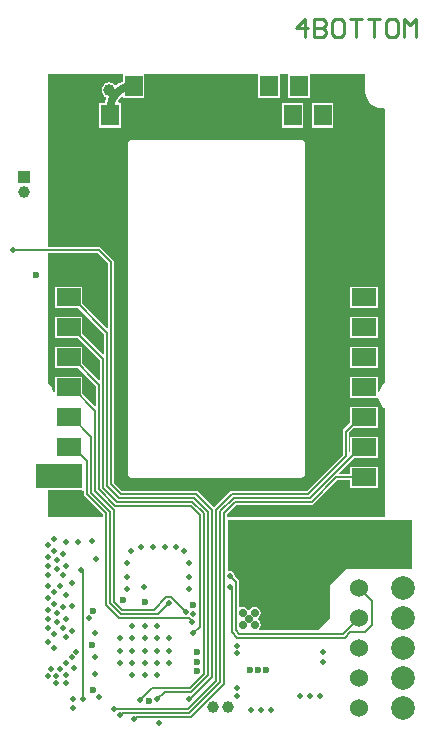
<source format=gbl>
G04*
G04 #@! TF.GenerationSoftware,Altium Limited,Altium Designer,20.0.1 (14)*
G04*
G04 Layer_Physical_Order=4*
G04 Layer_Color=16711680*
%FSLAX44Y44*%
%MOMM*%
G71*
G01*
G75*
%ADD11C,0.2540*%
%ADD19C,0.1800*%
%ADD40C,1.0000*%
%ADD74C,0.5000*%
%ADD75R,1.0000X1.0000*%
%ADD76C,2.0000*%
%ADD77C,1.5240*%
%ADD78C,0.7000*%
%ADD79C,0.6000*%
%ADD87C,0.7000*%
%ADD88R,1.5000X1.8000*%
%ADD89R,2.0000X1.5000*%
%ADD90R,3.8773X2.0000*%
G36*
X328813Y543666D02*
X328813Y543666D01*
X328749D01*
X329226Y540045D01*
X330624Y536671D01*
X332847Y533774D01*
X335744Y531551D01*
X339118Y530153D01*
X342739Y529676D01*
X344045Y529848D01*
X345000Y529011D01*
Y296927D01*
X344004Y296162D01*
X341781Y293265D01*
X340383Y289891D01*
X340370Y289792D01*
X339100Y289875D01*
Y302500D01*
X315900D01*
Y284300D01*
X338885D01*
X339100Y284300D01*
X340215Y283926D01*
X340383Y282649D01*
X341781Y279275D01*
X344004Y276378D01*
X345000Y275613D01*
Y183500D01*
X211549D01*
Y185944D01*
X219756Y194151D01*
X283508D01*
X284484Y194345D01*
X285311Y194898D01*
X305064Y214651D01*
X315900D01*
Y208100D01*
X339100D01*
Y226300D01*
X315900D01*
Y219749D01*
X307013D01*
X306527Y220922D01*
X319105Y233500D01*
X339100D01*
Y251700D01*
X315900D01*
Y238628D01*
X315819Y238574D01*
X314549Y239253D01*
Y254944D01*
X318505Y258900D01*
X339100D01*
Y277100D01*
X315900D01*
Y263505D01*
X310198Y257802D01*
X309645Y256975D01*
X309451Y256000D01*
Y236056D01*
X279444Y206049D01*
X215884D01*
X214908Y205855D01*
X214081Y205302D01*
X200404Y191625D01*
X186727Y205302D01*
X185900Y205855D01*
X184925Y206049D01*
X122556D01*
X115949Y212656D01*
Y399600D01*
X115755Y400575D01*
X115202Y401402D01*
X104802Y411802D01*
X103975Y412355D01*
X103000Y412549D01*
X60000D01*
Y558344D01*
X123400D01*
Y552469D01*
X122848Y552302D01*
X118488Y549971D01*
X117977Y549552D01*
X116715Y549697D01*
X116707Y549707D01*
X115329Y550765D01*
X113723Y551430D01*
X112000Y551657D01*
X110277Y551430D01*
X108672Y550765D01*
X107293Y549707D01*
X106235Y548329D01*
X105570Y546723D01*
X105343Y545000D01*
X105570Y543277D01*
X106235Y541671D01*
X107293Y540293D01*
X108672Y539235D01*
X109045Y539080D01*
X109198Y538652D01*
X107969Y534600D01*
X103400D01*
Y513400D01*
X121600D01*
Y534600D01*
X120182D01*
X119421Y535870D01*
X120157Y537247D01*
X122003Y539497D01*
X122252Y539701D01*
X123400Y539158D01*
Y538400D01*
X141600D01*
Y558344D01*
X238000D01*
Y538400D01*
X256200D01*
Y558344D01*
X263400D01*
Y538400D01*
X281600D01*
Y558344D01*
X328813D01*
Y543666D01*
D02*
G37*
G36*
X110851Y398544D02*
Y344013D01*
X109678Y343527D01*
X89100Y364105D01*
Y378700D01*
X65900D01*
Y360500D01*
X85495D01*
X107451Y338544D01*
Y321813D01*
X106278Y321327D01*
X89100Y338505D01*
Y353300D01*
X65900D01*
Y335100D01*
X83854D01*
X84100Y335051D01*
X85344D01*
X104051Y316344D01*
Y300013D01*
X102878Y299527D01*
X89100Y313305D01*
Y327900D01*
X65900D01*
Y309700D01*
X85495D01*
X100651Y294544D01*
Y278013D01*
X99478Y277527D01*
X89100Y287905D01*
Y302500D01*
X65900D01*
Y289874D01*
X64630Y289791D01*
X64617Y289891D01*
X63219Y293265D01*
X60996Y296162D01*
X60000Y296926D01*
Y407451D01*
X101944D01*
X110851Y398544D01*
D02*
G37*
G36*
X90001Y206021D02*
X90451Y205669D01*
Y203000D01*
X90645Y202024D01*
X91198Y201198D01*
X106651Y185744D01*
Y183500D01*
X60000D01*
Y206369D01*
X88773D01*
X89181Y206450D01*
X90001Y206021D01*
D02*
G37*
G36*
X368000Y140000D02*
X313000Y140000D01*
X299000Y126000D01*
Y98000D01*
X289000Y88000D01*
X239557D01*
X238976Y89270D01*
X239804Y90510D01*
X240200Y92500D01*
X239804Y94490D01*
X238677Y96177D01*
X237840Y96736D01*
Y98264D01*
X238677Y98823D01*
X239804Y100510D01*
X240200Y102500D01*
X239804Y104490D01*
X238677Y106177D01*
X236990Y107304D01*
X235000Y107700D01*
X233010Y107304D01*
X231323Y106177D01*
X230764Y105340D01*
X229236D01*
X228677Y106177D01*
X226990Y107304D01*
X225000Y107700D01*
X223010Y107304D01*
X222669Y107076D01*
X221549Y107675D01*
Y129000D01*
X221355Y129976D01*
X220802Y130802D01*
X218085Y133520D01*
X218180Y134000D01*
X217862Y135600D01*
X216956Y136956D01*
X215600Y137862D01*
X214000Y138180D01*
X213270Y138035D01*
X212000Y139006D01*
Y181000D01*
X368000D01*
Y140000D01*
D02*
G37*
%LPC*%
G36*
X301600Y534600D02*
X283400D01*
Y513400D01*
X301600D01*
Y534600D01*
D02*
G37*
G36*
X276200D02*
X258000D01*
Y513400D01*
X276200D01*
Y534600D01*
D02*
G37*
G36*
X339100Y378700D02*
X315900D01*
Y360500D01*
X339100D01*
Y378700D01*
D02*
G37*
G36*
Y353300D02*
X315900D01*
Y335100D01*
X339100D01*
Y353300D01*
D02*
G37*
G36*
Y327900D02*
X315900D01*
Y309700D01*
X339100D01*
Y327900D01*
D02*
G37*
G36*
X274500Y502926D02*
X130500D01*
X129380Y502704D01*
X128431Y502069D01*
X127796Y501120D01*
X127574Y500000D01*
Y220000D01*
X127796Y218880D01*
X128431Y217931D01*
X129380Y217297D01*
X130500Y217074D01*
X274500D01*
X275620Y217297D01*
X276569Y217931D01*
X277204Y218880D01*
X277426Y220000D01*
Y500000D01*
X277204Y501120D01*
X276569Y502069D01*
X275620Y502704D01*
X274500Y502926D01*
D02*
G37*
%LPD*%
D11*
X277617Y590000D02*
Y605235D01*
X270000Y597617D01*
X280157D01*
X285235Y605235D02*
Y590000D01*
X292853D01*
X295392Y592539D01*
Y595078D01*
X292853Y597617D01*
X285235D01*
X292853D01*
X295392Y600157D01*
Y602696D01*
X292853Y605235D01*
X285235D01*
X308088D02*
X303009D01*
X300470Y602696D01*
Y592539D01*
X303009Y590000D01*
X308088D01*
X310627Y592539D01*
Y602696D01*
X308088Y605235D01*
X315705D02*
X325862D01*
X320784D01*
Y590000D01*
X330940Y605235D02*
X341097D01*
X336019D01*
Y590000D01*
X353793Y605235D02*
X348714D01*
X346175Y602696D01*
Y592539D01*
X348714Y590000D01*
X353793D01*
X356332Y592539D01*
Y602696D01*
X353793Y605235D01*
X361410Y590000D02*
Y605235D01*
X366489Y600157D01*
X371567Y605235D01*
Y590000D01*
D19*
X209000Y42501D02*
Y187000D01*
X205600Y43909D02*
Y188408D01*
X180749Y14250D02*
X209000Y42501D01*
X215600Y85992D02*
Y122400D01*
X219000Y88000D02*
Y129000D01*
X214000Y124000D02*
X215600Y122400D01*
Y85992D02*
X219992Y81600D01*
X214000Y134000D02*
X219000Y129000D01*
X209000Y187000D02*
X218700Y196700D01*
X219000Y88000D02*
X222000Y85000D01*
X202100Y45217D02*
Y189716D01*
X198700Y48125D02*
Y189725D01*
X195300Y49533D02*
Y188317D01*
X191900Y50942D02*
Y186908D01*
X188500Y90662D02*
Y185500D01*
X180700Y193300D02*
X188500Y185500D01*
X183517Y200100D02*
X195300Y188317D01*
X179691Y18000D02*
X205600Y43909D01*
Y188408D02*
X217292Y200100D01*
X179062Y28938D02*
X179513D01*
X182108Y196700D02*
X191900Y186908D01*
X181367Y35600D02*
X195300Y49533D01*
X184925Y203500D02*
X198700Y189725D01*
X182919Y85081D02*
X188500Y90662D01*
X179958Y39000D02*
X191900Y50942D01*
X179513Y28938D02*
X198700Y48125D01*
X178383Y21500D02*
X202100Y45217D01*
X103000Y410000D02*
X113400Y399600D01*
X31000Y410000D02*
X103000D01*
X113400Y211600D02*
Y399600D01*
X116500Y21500D02*
X178383D01*
X202100Y189716D02*
X215884Y203500D01*
X123000Y18000D02*
X179691D01*
X134750Y14250D02*
X180749D01*
X158850Y35600D02*
X181367D01*
X147929Y39000D02*
X179958D01*
X88000Y139000D02*
X90000Y137000D01*
Y30000D02*
Y137000D01*
X153103Y101600D02*
X162258Y110755D01*
X121592Y101600D02*
X153103D01*
X123000Y105000D02*
X149431D01*
X164329Y115755D02*
X176500Y103584D01*
Y103250D02*
Y103584D01*
X149431Y105000D02*
X160187Y115755D01*
X164329D01*
X152500Y29250D02*
X158850Y35600D01*
X138000Y29000D02*
Y29071D01*
X147929Y39000D01*
X219992Y81600D02*
X311558D01*
X315958Y86000D01*
X222000Y85000D02*
X310150D01*
X323000Y97850D01*
X133000Y12500D02*
X134750Y14250D01*
X116000Y21000D02*
X116500Y21500D01*
X121000Y16000D02*
X123000Y18000D01*
X116000Y112000D02*
X123000Y105000D01*
X116000Y112000D02*
Y189617D01*
X215884Y203500D02*
X280500D01*
X312000Y235000D01*
X217292Y200100D02*
X282100D01*
X218700Y196700D02*
X283508D01*
X304008Y217200D01*
X282100Y200100D02*
X325000Y243000D01*
X120383Y98000D02*
X179000D01*
X109200Y109183D02*
X120383Y98000D01*
X109200Y109183D02*
Y186800D01*
X112600Y110592D02*
Y188208D01*
Y110592D02*
X121592Y101600D01*
X179000Y98000D02*
X182000Y95000D01*
X323000Y123250D02*
X334000Y112250D01*
Y92000D02*
Y112250D01*
X328000Y86000D02*
X334000Y92000D01*
X315958Y86000D02*
X328000D01*
X117125Y193300D02*
X180700D01*
X312000Y235000D02*
Y256000D01*
X304008Y217200D02*
X327500D01*
X325000Y243000D02*
X327100D01*
X312000Y256000D02*
X324000Y268000D01*
X121500Y203500D02*
X184925D01*
X119941Y200100D02*
X183517D01*
X118533Y196700D02*
X182108D01*
X113400Y211600D02*
X121500Y203500D01*
X110000Y210042D02*
X119941Y200100D01*
X106600Y208633D02*
X118533Y196700D01*
X103200Y207225D02*
X117125Y193300D01*
X93000Y203000D02*
X109200Y186800D01*
X96400Y204408D02*
X112600Y188208D01*
X99800Y205817D02*
X116000Y189617D01*
X110000Y210042D02*
Y339600D01*
X80000Y369600D02*
X110000Y339600D01*
X106600Y208633D02*
Y317400D01*
X86400Y337600D02*
X106600Y317400D01*
X80000Y318800D02*
X103200Y295600D01*
Y207225D02*
Y295600D01*
X99800Y205817D02*
Y273600D01*
X96400Y204408D02*
Y251600D01*
X80000Y268000D02*
X96400Y251600D01*
X80000Y293400D02*
X99800Y273600D01*
X93000Y203000D02*
Y231000D01*
X81400Y242600D02*
X93000Y231000D01*
X77500Y293400D02*
X80000D01*
X84100Y337600D02*
X86400D01*
X77500Y344200D02*
X84100Y337600D01*
X77500Y369600D02*
X80000D01*
X77500Y318800D02*
X80000D01*
X77500Y242600D02*
X81400D01*
X77500Y268000D02*
X80000D01*
X324000D02*
X327500D01*
X327100Y243000D02*
X327500Y242600D01*
D40*
X212250Y22500D02*
D03*
X199750D02*
D03*
X40000Y458850D02*
D03*
X112000Y545000D02*
D03*
D74*
X162750Y81000D02*
D03*
Y70500D02*
D03*
Y60000D02*
D03*
X152250Y49500D02*
D03*
X141750D02*
D03*
X131250D02*
D03*
X120750Y60000D02*
D03*
Y70500D02*
D03*
Y81000D02*
D03*
X131250Y91500D02*
D03*
X152250D02*
D03*
X141750D02*
D03*
X131250Y81000D02*
D03*
Y70500D02*
D03*
Y60000D02*
D03*
X152250D02*
D03*
X141750D02*
D03*
Y81000D02*
D03*
X152250D02*
D03*
Y70500D02*
D03*
X141750D02*
D03*
X81000Y22000D02*
D03*
X100000Y51000D02*
D03*
X103000Y31000D02*
D03*
X81000Y30000D02*
D03*
X82000Y56000D02*
D03*
X67000Y49000D02*
D03*
X293000Y60500D02*
D03*
Y69000D02*
D03*
X273500Y32000D02*
D03*
X290500D02*
D03*
X282000D02*
D03*
X183000Y101750D02*
D03*
X240500Y20000D02*
D03*
X220000Y32000D02*
D03*
X75000Y202500D02*
D03*
X340000Y205000D02*
D03*
X60000Y48750D02*
D03*
X65000Y72500D02*
D03*
X97000Y163500D02*
D03*
X85000Y162500D02*
D03*
X60000Y135000D02*
D03*
X67500Y140000D02*
D03*
X72500Y135000D02*
D03*
X75000Y142500D02*
D03*
X60000D02*
D03*
Y150000D02*
D03*
X67500Y147500D02*
D03*
X72500Y152500D02*
D03*
X65000Y155000D02*
D03*
X60000Y160000D02*
D03*
X65000Y165000D02*
D03*
X75000Y162500D02*
D03*
X230000Y545000D02*
D03*
Y515000D02*
D03*
X200000D02*
D03*
Y545000D02*
D03*
X245000Y532500D02*
D03*
X185000Y530000D02*
D03*
X215000D02*
D03*
X245000Y515000D02*
D03*
X230000Y530000D02*
D03*
X172500Y210000D02*
D03*
X142500D02*
D03*
X202500D02*
D03*
X262500D02*
D03*
X232500D02*
D03*
X122500Y430000D02*
D03*
Y460000D02*
D03*
Y400000D02*
D03*
Y340000D02*
D03*
Y370000D02*
D03*
Y280000D02*
D03*
Y310000D02*
D03*
Y220000D02*
D03*
Y250000D02*
D03*
X285000Y470000D02*
D03*
Y500000D02*
D03*
Y440000D02*
D03*
Y380000D02*
D03*
Y410000D02*
D03*
Y320000D02*
D03*
Y350000D02*
D03*
Y260000D02*
D03*
Y290000D02*
D03*
X249000Y20000D02*
D03*
X232000D02*
D03*
X220000Y39000D02*
D03*
X75000Y117500D02*
D03*
X70000Y125000D02*
D03*
X65000Y120000D02*
D03*
X60000Y125000D02*
D03*
Y115000D02*
D03*
X65000Y110000D02*
D03*
X72500Y107500D02*
D03*
X67500Y102500D02*
D03*
X60000Y105000D02*
D03*
X179562Y29750D02*
D03*
X162258Y110755D02*
D03*
X152500Y29250D02*
D03*
X154000Y9000D02*
D03*
X138000Y29000D02*
D03*
X90000Y30000D02*
D03*
X133000Y12500D02*
D03*
X99500Y65500D02*
D03*
X95000Y98000D02*
D03*
X83500Y69750D02*
D03*
X99500Y85750D02*
D03*
X176500Y103250D02*
D03*
X100000Y555000D02*
D03*
X92500D02*
D03*
X85000D02*
D03*
Y542500D02*
D03*
Y535000D02*
D03*
Y527500D02*
D03*
X125000Y520000D02*
D03*
X100000D02*
D03*
X92500D02*
D03*
X85000D02*
D03*
Y512500D02*
D03*
Y505000D02*
D03*
X152500Y535000D02*
D03*
Y527500D02*
D03*
Y520000D02*
D03*
X92500Y512500D02*
D03*
Y505000D02*
D03*
X115000D02*
D03*
X107500D02*
D03*
X100000D02*
D03*
Y512500D02*
D03*
X130000D02*
D03*
X137500D02*
D03*
X88000Y139000D02*
D03*
X101000Y148000D02*
D03*
X79938Y108402D02*
D03*
X80000Y128000D02*
D03*
X310000Y290000D02*
D03*
Y410000D02*
D03*
Y350000D02*
D03*
Y380000D02*
D03*
Y320000D02*
D03*
X305000Y205000D02*
D03*
X167500Y555000D02*
D03*
Y550000D02*
D03*
Y542500D02*
D03*
Y535000D02*
D03*
Y527500D02*
D03*
Y520000D02*
D03*
Y512500D02*
D03*
X145000Y555000D02*
D03*
X160000Y512500D02*
D03*
X152500D02*
D03*
X145000Y550000D02*
D03*
Y542500D02*
D03*
Y512500D02*
D03*
X295000Y275000D02*
D03*
Y245000D02*
D03*
Y335000D02*
D03*
Y305000D02*
D03*
Y395000D02*
D03*
Y365000D02*
D03*
X105000Y425000D02*
D03*
X75000D02*
D03*
X325000D02*
D03*
X295000D02*
D03*
X90000Y440000D02*
D03*
X310000D02*
D03*
Y500000D02*
D03*
X185000Y545000D02*
D03*
X215000D02*
D03*
X200000Y530000D02*
D03*
X185000Y515000D02*
D03*
X215000D02*
D03*
X295000Y485000D02*
D03*
X325000D02*
D03*
X310000Y470000D02*
D03*
X295000Y455000D02*
D03*
X325000D02*
D03*
X295000Y545000D02*
D03*
X310000Y530000D02*
D03*
X325000Y515000D02*
D03*
X75000Y485000D02*
D03*
X105000D02*
D03*
X90000Y470000D02*
D03*
X75000Y455000D02*
D03*
X105000D02*
D03*
X75000Y515000D02*
D03*
Y545000D02*
D03*
X325000Y205000D02*
D03*
Y230000D02*
D03*
Y255000D02*
D03*
X95000Y395000D02*
D03*
Y365000D02*
D03*
Y340000D02*
D03*
Y315000D02*
D03*
Y290000D02*
D03*
X214000Y134000D02*
D03*
Y124000D02*
D03*
X220000Y74250D02*
D03*
Y68250D02*
D03*
X30500Y410000D02*
D03*
X182000Y95000D02*
D03*
X116000Y21000D02*
D03*
X121000Y16000D02*
D03*
X130500Y154500D02*
D03*
X168000Y158000D02*
D03*
X139000D02*
D03*
X175500Y154500D02*
D03*
X159000Y158000D02*
D03*
X149000D02*
D03*
X60000Y97500D02*
D03*
X75500Y42750D02*
D03*
X75000Y97500D02*
D03*
X72500Y90000D02*
D03*
X65000Y85000D02*
D03*
X60000Y77500D02*
D03*
X75000Y50000D02*
D03*
X67000Y43250D02*
D03*
X62500Y54750D02*
D03*
X75000Y82500D02*
D03*
X80000Y87500D02*
D03*
X70000Y55000D02*
D03*
X80000Y65000D02*
D03*
X75000Y60000D02*
D03*
X67500Y95000D02*
D03*
X60000Y90000D02*
D03*
X179000Y123000D02*
D03*
X127000Y133000D02*
D03*
Y123000D02*
D03*
X182919Y85081D02*
D03*
X141000Y124000D02*
D03*
X179000Y133000D02*
D03*
Y145000D02*
D03*
X127000D02*
D03*
D75*
X40000Y471350D02*
D03*
D76*
X361000Y123250D02*
D03*
Y97850D02*
D03*
Y72450D02*
D03*
Y47050D02*
D03*
Y21650D02*
D03*
D77*
X323000Y123250D02*
D03*
Y97850D02*
D03*
Y72450D02*
D03*
Y47050D02*
D03*
Y21650D02*
D03*
D78*
X275000Y95000D02*
D03*
X260000D02*
D03*
X290000D02*
D03*
X54000Y224000D02*
D03*
Y212000D02*
D03*
X64000Y224000D02*
D03*
Y212000D02*
D03*
X59000Y218000D02*
D03*
X245000Y129000D02*
D03*
Y120000D02*
D03*
X225000Y102500D02*
D03*
X235000D02*
D03*
X245000Y102000D02*
D03*
Y111000D02*
D03*
X230000Y97500D02*
D03*
X335000Y175000D02*
D03*
X297000Y133000D02*
D03*
X225000Y92500D02*
D03*
X235000D02*
D03*
X245000Y147000D02*
D03*
Y156000D02*
D03*
Y165000D02*
D03*
Y174000D02*
D03*
X329000Y145000D02*
D03*
X280000Y144000D02*
D03*
X342500Y175000D02*
D03*
X316000Y177500D02*
D03*
X293000Y177250D02*
D03*
X299000Y171000D02*
D03*
Y153000D02*
D03*
D79*
X186000Y61250D02*
D03*
Y53000D02*
D03*
Y69500D02*
D03*
X97000Y75250D02*
D03*
X145250Y28000D02*
D03*
X98000Y37000D02*
D03*
X64000Y203000D02*
D03*
X86000D02*
D03*
X123500Y113000D02*
D03*
X49500Y389000D02*
D03*
X245000Y54000D02*
D03*
X238000D02*
D03*
X231000D02*
D03*
X183000Y109000D02*
D03*
X142000Y112000D02*
D03*
X97928Y104500D02*
D03*
D87*
X132500Y549000D02*
G03*
X112500Y529000I0J-20000D01*
G01*
Y524000D02*
Y529000D01*
D88*
X132500Y549000D02*
D03*
X112500Y524000D02*
D03*
X267100D02*
D03*
X292500D02*
D03*
X137900D02*
D03*
X157900Y549000D02*
D03*
X272500D02*
D03*
X247100D02*
D03*
D89*
X77500Y217200D02*
D03*
Y395000D02*
D03*
Y369600D02*
D03*
Y344200D02*
D03*
Y318800D02*
D03*
Y293400D02*
D03*
Y268000D02*
D03*
Y242600D02*
D03*
Y191800D02*
D03*
X327500Y395000D02*
D03*
Y369600D02*
D03*
Y344200D02*
D03*
Y318800D02*
D03*
Y293400D02*
D03*
Y268000D02*
D03*
Y242600D02*
D03*
Y217200D02*
D03*
Y191800D02*
D03*
D90*
X69387Y218000D02*
D03*
M02*

</source>
